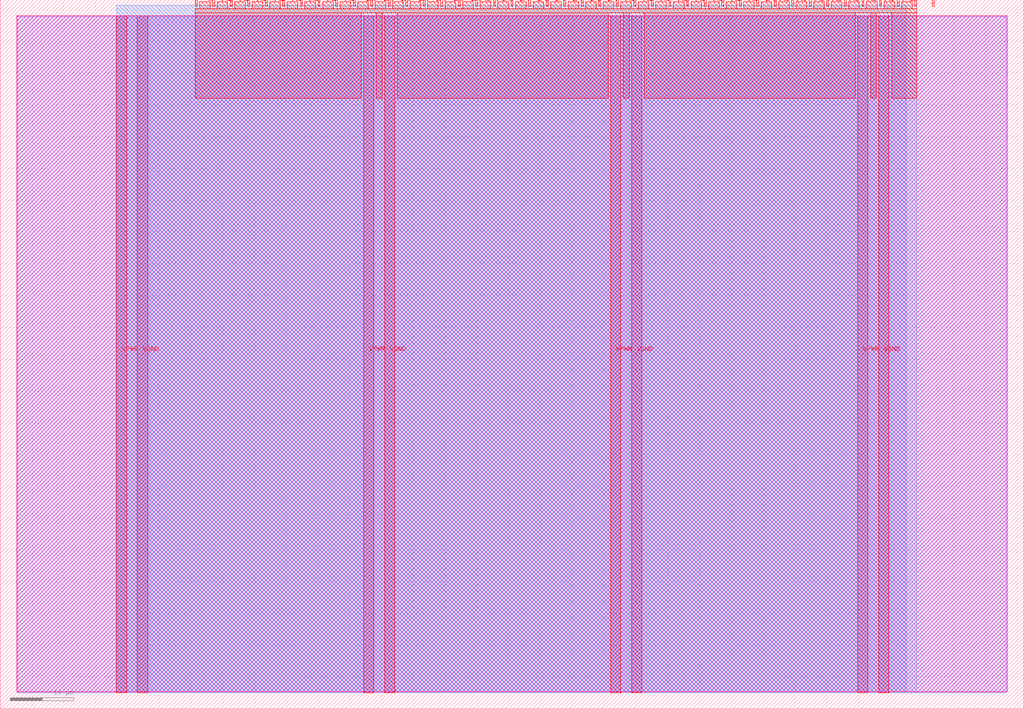
<source format=lef>
VERSION 5.7 ;
  NOWIREEXTENSIONATPIN ON ;
  DIVIDERCHAR "/" ;
  BUSBITCHARS "[]" ;
MACRO tt_um_ag_priority_encoder_parity_checker
  CLASS BLOCK ;
  FOREIGN tt_um_ag_priority_encoder_parity_checker ;
  ORIGIN 0.000 0.000 ;
  SIZE 161.000 BY 111.520 ;
  PIN VGND
    DIRECTION INOUT ;
    USE GROUND ;
    PORT
      LAYER met4 ;
        RECT 21.580 2.480 23.180 109.040 ;
    END
    PORT
      LAYER met4 ;
        RECT 60.450 2.480 62.050 109.040 ;
    END
    PORT
      LAYER met4 ;
        RECT 99.320 2.480 100.920 109.040 ;
    END
    PORT
      LAYER met4 ;
        RECT 138.190 2.480 139.790 109.040 ;
    END
  END VGND
  PIN VPWR
    DIRECTION INOUT ;
    USE POWER ;
    PORT
      LAYER met4 ;
        RECT 18.280 2.480 19.880 109.040 ;
    END
    PORT
      LAYER met4 ;
        RECT 57.150 2.480 58.750 109.040 ;
    END
    PORT
      LAYER met4 ;
        RECT 96.020 2.480 97.620 109.040 ;
    END
    PORT
      LAYER met4 ;
        RECT 134.890 2.480 136.490 109.040 ;
    END
  END VPWR
  PIN clk
    DIRECTION INPUT ;
    USE SIGNAL ;
    ANTENNAGATEAREA 0.852000 ;
    PORT
      LAYER met4 ;
        RECT 143.830 110.520 144.130 111.520 ;
    END
  END clk
  PIN ena
    DIRECTION INPUT ;
    USE SIGNAL ;
    PORT
      LAYER met4 ;
        RECT 146.590 110.520 146.890 111.520 ;
    END
  END ena
  PIN rst_n
    DIRECTION INPUT ;
    USE SIGNAL ;
    PORT
      LAYER met4 ;
        RECT 141.070 110.520 141.370 111.520 ;
    END
  END rst_n
  PIN ui_in[0]
    DIRECTION INPUT ;
    USE SIGNAL ;
    ANTENNAGATEAREA 0.213000 ;
    PORT
      LAYER met4 ;
        RECT 138.310 110.520 138.610 111.520 ;
    END
  END ui_in[0]
  PIN ui_in[1]
    DIRECTION INPUT ;
    USE SIGNAL ;
    ANTENNAGATEAREA 0.213000 ;
    PORT
      LAYER met4 ;
        RECT 135.550 110.520 135.850 111.520 ;
    END
  END ui_in[1]
  PIN ui_in[2]
    DIRECTION INPUT ;
    USE SIGNAL ;
    ANTENNAGATEAREA 0.213000 ;
    PORT
      LAYER met4 ;
        RECT 132.790 110.520 133.090 111.520 ;
    END
  END ui_in[2]
  PIN ui_in[3]
    DIRECTION INPUT ;
    USE SIGNAL ;
    ANTENNAGATEAREA 0.196500 ;
    PORT
      LAYER met4 ;
        RECT 130.030 110.520 130.330 111.520 ;
    END
  END ui_in[3]
  PIN ui_in[4]
    DIRECTION INPUT ;
    USE SIGNAL ;
    ANTENNAGATEAREA 0.213000 ;
    PORT
      LAYER met4 ;
        RECT 127.270 110.520 127.570 111.520 ;
    END
  END ui_in[4]
  PIN ui_in[5]
    DIRECTION INPUT ;
    USE SIGNAL ;
    ANTENNAGATEAREA 0.196500 ;
    PORT
      LAYER met4 ;
        RECT 124.510 110.520 124.810 111.520 ;
    END
  END ui_in[5]
  PIN ui_in[6]
    DIRECTION INPUT ;
    USE SIGNAL ;
    ANTENNAGATEAREA 0.213000 ;
    PORT
      LAYER met4 ;
        RECT 121.750 110.520 122.050 111.520 ;
    END
  END ui_in[6]
  PIN ui_in[7]
    DIRECTION INPUT ;
    USE SIGNAL ;
    ANTENNAGATEAREA 0.213000 ;
    PORT
      LAYER met4 ;
        RECT 118.990 110.520 119.290 111.520 ;
    END
  END ui_in[7]
  PIN uio_in[0]
    DIRECTION INPUT ;
    USE SIGNAL ;
    ANTENNAGATEAREA 0.159000 ;
    PORT
      LAYER met4 ;
        RECT 116.230 110.520 116.530 111.520 ;
    END
  END uio_in[0]
  PIN uio_in[1]
    DIRECTION INPUT ;
    USE SIGNAL ;
    ANTENNAGATEAREA 0.159000 ;
    PORT
      LAYER met4 ;
        RECT 113.470 110.520 113.770 111.520 ;
    END
  END uio_in[1]
  PIN uio_in[2]
    DIRECTION INPUT ;
    USE SIGNAL ;
    ANTENNAGATEAREA 0.196500 ;
    PORT
      LAYER met4 ;
        RECT 110.710 110.520 111.010 111.520 ;
    END
  END uio_in[2]
  PIN uio_in[3]
    DIRECTION INPUT ;
    USE SIGNAL ;
    PORT
      LAYER met4 ;
        RECT 107.950 110.520 108.250 111.520 ;
    END
  END uio_in[3]
  PIN uio_in[4]
    DIRECTION INPUT ;
    USE SIGNAL ;
    PORT
      LAYER met4 ;
        RECT 105.190 110.520 105.490 111.520 ;
    END
  END uio_in[4]
  PIN uio_in[5]
    DIRECTION INPUT ;
    USE SIGNAL ;
    PORT
      LAYER met4 ;
        RECT 102.430 110.520 102.730 111.520 ;
    END
  END uio_in[5]
  PIN uio_in[6]
    DIRECTION INPUT ;
    USE SIGNAL ;
    PORT
      LAYER met4 ;
        RECT 99.670 110.520 99.970 111.520 ;
    END
  END uio_in[6]
  PIN uio_in[7]
    DIRECTION INPUT ;
    USE SIGNAL ;
    PORT
      LAYER met4 ;
        RECT 96.910 110.520 97.210 111.520 ;
    END
  END uio_in[7]
  PIN uio_oe[0]
    DIRECTION OUTPUT ;
    USE SIGNAL ;
    PORT
      LAYER met4 ;
        RECT 49.990 110.520 50.290 111.520 ;
    END
  END uio_oe[0]
  PIN uio_oe[1]
    DIRECTION OUTPUT ;
    USE SIGNAL ;
    PORT
      LAYER met4 ;
        RECT 47.230 110.520 47.530 111.520 ;
    END
  END uio_oe[1]
  PIN uio_oe[2]
    DIRECTION OUTPUT ;
    USE SIGNAL ;
    PORT
      LAYER met4 ;
        RECT 44.470 110.520 44.770 111.520 ;
    END
  END uio_oe[2]
  PIN uio_oe[3]
    DIRECTION OUTPUT ;
    USE SIGNAL ;
    PORT
      LAYER met4 ;
        RECT 41.710 110.520 42.010 111.520 ;
    END
  END uio_oe[3]
  PIN uio_oe[4]
    DIRECTION OUTPUT ;
    USE SIGNAL ;
    PORT
      LAYER met4 ;
        RECT 38.950 110.520 39.250 111.520 ;
    END
  END uio_oe[4]
  PIN uio_oe[5]
    DIRECTION OUTPUT ;
    USE SIGNAL ;
    PORT
      LAYER met4 ;
        RECT 36.190 110.520 36.490 111.520 ;
    END
  END uio_oe[5]
  PIN uio_oe[6]
    DIRECTION OUTPUT ;
    USE SIGNAL ;
    PORT
      LAYER met4 ;
        RECT 33.430 110.520 33.730 111.520 ;
    END
  END uio_oe[6]
  PIN uio_oe[7]
    DIRECTION OUTPUT ;
    USE SIGNAL ;
    PORT
      LAYER met4 ;
        RECT 30.670 110.520 30.970 111.520 ;
    END
  END uio_oe[7]
  PIN uio_out[0]
    DIRECTION OUTPUT ;
    USE SIGNAL ;
    PORT
      LAYER met4 ;
        RECT 72.070 110.520 72.370 111.520 ;
    END
  END uio_out[0]
  PIN uio_out[1]
    DIRECTION OUTPUT ;
    USE SIGNAL ;
    PORT
      LAYER met4 ;
        RECT 69.310 110.520 69.610 111.520 ;
    END
  END uio_out[1]
  PIN uio_out[2]
    DIRECTION OUTPUT ;
    USE SIGNAL ;
    PORT
      LAYER met4 ;
        RECT 66.550 110.520 66.850 111.520 ;
    END
  END uio_out[2]
  PIN uio_out[3]
    DIRECTION OUTPUT ;
    USE SIGNAL ;
    ANTENNADIFFAREA 0.445500 ;
    PORT
      LAYER met4 ;
        RECT 63.790 110.520 64.090 111.520 ;
    END
  END uio_out[3]
  PIN uio_out[4]
    DIRECTION OUTPUT ;
    USE SIGNAL ;
    ANTENNADIFFAREA 0.445500 ;
    PORT
      LAYER met4 ;
        RECT 61.030 110.520 61.330 111.520 ;
    END
  END uio_out[4]
  PIN uio_out[5]
    DIRECTION OUTPUT ;
    USE SIGNAL ;
    ANTENNADIFFAREA 0.445500 ;
    PORT
      LAYER met4 ;
        RECT 58.270 110.520 58.570 111.520 ;
    END
  END uio_out[5]
  PIN uio_out[6]
    DIRECTION OUTPUT ;
    USE SIGNAL ;
    ANTENNADIFFAREA 0.445500 ;
    PORT
      LAYER met4 ;
        RECT 55.510 110.520 55.810 111.520 ;
    END
  END uio_out[6]
  PIN uio_out[7]
    DIRECTION OUTPUT ;
    USE SIGNAL ;
    ANTENNADIFFAREA 0.445500 ;
    PORT
      LAYER met4 ;
        RECT 52.750 110.520 53.050 111.520 ;
    END
  END uio_out[7]
  PIN uo_out[0]
    DIRECTION OUTPUT ;
    USE SIGNAL ;
    ANTENNADIFFAREA 0.445500 ;
    PORT
      LAYER met4 ;
        RECT 94.150 110.520 94.450 111.520 ;
    END
  END uo_out[0]
  PIN uo_out[1]
    DIRECTION OUTPUT ;
    USE SIGNAL ;
    ANTENNADIFFAREA 0.445500 ;
    PORT
      LAYER met4 ;
        RECT 91.390 110.520 91.690 111.520 ;
    END
  END uo_out[1]
  PIN uo_out[2]
    DIRECTION OUTPUT ;
    USE SIGNAL ;
    ANTENNADIFFAREA 0.445500 ;
    PORT
      LAYER met4 ;
        RECT 88.630 110.520 88.930 111.520 ;
    END
  END uo_out[2]
  PIN uo_out[3]
    DIRECTION OUTPUT ;
    USE SIGNAL ;
    ANTENNADIFFAREA 0.445500 ;
    PORT
      LAYER met4 ;
        RECT 85.870 110.520 86.170 111.520 ;
    END
  END uo_out[3]
  PIN uo_out[4]
    DIRECTION OUTPUT ;
    USE SIGNAL ;
    ANTENNADIFFAREA 0.445500 ;
    PORT
      LAYER met4 ;
        RECT 83.110 110.520 83.410 111.520 ;
    END
  END uo_out[4]
  PIN uo_out[5]
    DIRECTION OUTPUT ;
    USE SIGNAL ;
    ANTENNADIFFAREA 0.445500 ;
    PORT
      LAYER met4 ;
        RECT 80.350 110.520 80.650 111.520 ;
    END
  END uo_out[5]
  PIN uo_out[6]
    DIRECTION OUTPUT ;
    USE SIGNAL ;
    ANTENNADIFFAREA 0.445500 ;
    PORT
      LAYER met4 ;
        RECT 77.590 110.520 77.890 111.520 ;
    END
  END uo_out[6]
  PIN uo_out[7]
    DIRECTION OUTPUT ;
    USE SIGNAL ;
    ANTENNADIFFAREA 0.445500 ;
    PORT
      LAYER met4 ;
        RECT 74.830 110.520 75.130 111.520 ;
    END
  END uo_out[7]
  OBS
      LAYER nwell ;
        RECT 2.570 2.635 158.430 108.990 ;
      LAYER li1 ;
        RECT 2.760 2.635 158.240 108.885 ;
      LAYER met1 ;
        RECT 2.760 2.480 158.240 109.040 ;
      LAYER met2 ;
        RECT 18.310 2.535 142.500 110.685 ;
      LAYER met3 ;
        RECT 18.290 2.555 144.170 110.665 ;
      LAYER met4 ;
        RECT 31.370 110.120 33.030 111.170 ;
        RECT 34.130 110.120 35.790 111.170 ;
        RECT 36.890 110.120 38.550 111.170 ;
        RECT 39.650 110.120 41.310 111.170 ;
        RECT 42.410 110.120 44.070 111.170 ;
        RECT 45.170 110.120 46.830 111.170 ;
        RECT 47.930 110.120 49.590 111.170 ;
        RECT 50.690 110.120 52.350 111.170 ;
        RECT 53.450 110.120 55.110 111.170 ;
        RECT 56.210 110.120 57.870 111.170 ;
        RECT 58.970 110.120 60.630 111.170 ;
        RECT 61.730 110.120 63.390 111.170 ;
        RECT 64.490 110.120 66.150 111.170 ;
        RECT 67.250 110.120 68.910 111.170 ;
        RECT 70.010 110.120 71.670 111.170 ;
        RECT 72.770 110.120 74.430 111.170 ;
        RECT 75.530 110.120 77.190 111.170 ;
        RECT 78.290 110.120 79.950 111.170 ;
        RECT 81.050 110.120 82.710 111.170 ;
        RECT 83.810 110.120 85.470 111.170 ;
        RECT 86.570 110.120 88.230 111.170 ;
        RECT 89.330 110.120 90.990 111.170 ;
        RECT 92.090 110.120 93.750 111.170 ;
        RECT 94.850 110.120 96.510 111.170 ;
        RECT 97.610 110.120 99.270 111.170 ;
        RECT 100.370 110.120 102.030 111.170 ;
        RECT 103.130 110.120 104.790 111.170 ;
        RECT 105.890 110.120 107.550 111.170 ;
        RECT 108.650 110.120 110.310 111.170 ;
        RECT 111.410 110.120 113.070 111.170 ;
        RECT 114.170 110.120 115.830 111.170 ;
        RECT 116.930 110.120 118.590 111.170 ;
        RECT 119.690 110.120 121.350 111.170 ;
        RECT 122.450 110.120 124.110 111.170 ;
        RECT 125.210 110.120 126.870 111.170 ;
        RECT 127.970 110.120 129.630 111.170 ;
        RECT 130.730 110.120 132.390 111.170 ;
        RECT 133.490 110.120 135.150 111.170 ;
        RECT 136.250 110.120 137.910 111.170 ;
        RECT 139.010 110.120 140.670 111.170 ;
        RECT 141.770 110.120 143.430 111.170 ;
        RECT 30.655 109.440 144.145 110.120 ;
        RECT 30.655 96.055 56.750 109.440 ;
        RECT 59.150 96.055 60.050 109.440 ;
        RECT 62.450 96.055 95.620 109.440 ;
        RECT 98.020 96.055 98.920 109.440 ;
        RECT 101.320 96.055 134.490 109.440 ;
        RECT 136.890 96.055 137.790 109.440 ;
        RECT 140.190 96.055 144.145 109.440 ;
  END
END tt_um_ag_priority_encoder_parity_checker
END LIBRARY


</source>
